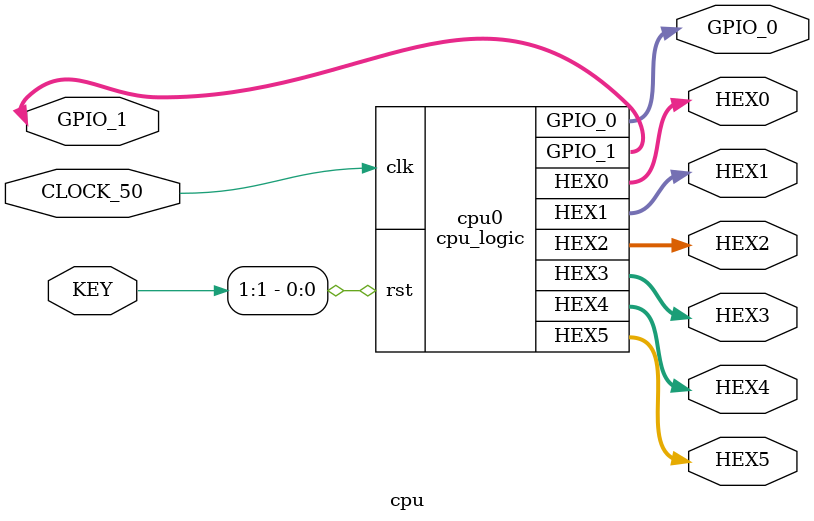
<source format=v>
module cpu_logic(
    input wire clk, // 50 MHz
    input rst,
    output reg [31:0] instruction, address,
    output reg [31:0] pc,
    output wire [1:0]state,
    output M13, M2, M457, M6, Wr_en, Eq, pc_flag, instruction_flag, change_address_flag, Wr_en_rf,
    output [3:0] ALU,
    output [31:0] mux7_out,
    
    output [31:0]memory_out, mux5_out1, mux6_out,
    
    inout [35:0] GPIO_1,
    output [35:0] GPIO_0,
    output [6:0] HEX0, HEX1, HEX2, HEX3, HEX4, HEX5
    
);


/*
wire PLL_clk;
wire PLL_lock;

assign clk = PLL_clk & PLL_lock;

pll pll1 (
		.refclk(CLOCK_50),   //  refclk.clk
		.rst(!rst),      //   reset.reset
		.outclk_0(PLL_clk),  // outclk0.clk
        .locked(PLL_lock)
	);
*/
    
// Memory unit
wire [31:0] Ra_rf, Rb_rf;

// Initialize opcode, registers
wire [3:0] opcode, Ra, Rb, Rd;
wire [15:0] imm;
wire [31:0] extended_imm;

// Instruction decoding
assign opcode = instruction[31:28];
assign Rd = instruction[27:24];
assign Ra = instruction[23:20];
assign Rb = instruction[19:16];
assign imm = instruction[15:0];

// Mux outputs
wire [31:0] mux1_out, mux2_out, adder_out, ALU_out, mux3_out, mux5_out0, mux4_out0;

// Declare outputs for mux4 and mux5
wire [31:0] mux4_out1;

// Initialize pc
initial begin 
    pc <= 32'b0;
end

// Address to pc and instruction fetch
always @(*) begin
    if (change_address_flag  == 1'b1) begin
        address = mux4_out0;
    end else begin
        address = pc;
    end
end

always @(posedge clk) begin
    if (instruction_flag  == 1'b1)
        instruction <= memory_out;
end


// Always block to update 'pc'
always @(posedge clk) begin
        if (!rst)
            pc <= 32'b0;
        else  if (pc_flag==1'b1)
            pc <= mux1_out;
        
end

// Equality check
assign Eq = (Ra_rf == Rb_rf) ? 1'b1 : 1'b0;

// Adder instance
adder add (
    .a(pc),
    .b(mux2_out),
    .out(adder_out)
);

// Register file instance
register_file RF (
    .clk(clk),
    .wen(Wr_en_rf),
    .rst_n(rst),
    .read_Ra(Ra),
    .read_Rb(Rb),
    .write_Rd(Rd),
    .write_data(mux3_out),
    .data_Ra(Ra_rf),
    .data_Rb(Rb_rf)
);

// Control unit instance
control ctrl (
	.clk(clk),
    .reset(rst),
    .opcode(opcode),
    .Eq(Eq),
    .M13(M13),
    .M2(M2),
    .M457(M457),
    .M6(M6),
    .state(state),
    .pc_flag(pc_flag),
    .change_address_flag(change_address_flag),
    .instruction_flag(instruction_flag),
    .ALU(ALU),
    .Wr_en(Wr_en),
    .Wr_en_rf(Wr_en_rf)
);

// Sign extension instance
sign_extend extend (
    .immediate(imm),
    .extended_immediate(extended_imm)
);

// Multiplexer instances
mux mux1 (
    .in0(adder_out),
    .in1(Ra_rf),
    .control(M13),
    .out(mux1_out)
);

mux mux2 (
    .in0(32'd4),
    .in1(extended_imm),
    .control(M2),
    .out(mux2_out)
);

mux mux3 (
    .in0(mux7_out),
    .in1(pc),
    .control(M13),
    .out(mux3_out)
);

mux mux6 (
    .in0(mux4_out1),
    .in1(extended_imm),
    .control(M6),
    .out(mux6_out)
);

mux mux7 (
    .in0(memory_out),
    .in1(ALU_out),
    .control(M457),
    .out(mux7_out)
);

// Decoder instances
decoder mux4 (
    .in(Rb_rf),
    .control(M457),
    .out0(mux4_out0),
    .out1(mux4_out1)
);

decoder mux5 (
    .in(Ra_rf),
    .control(M457),
    .out0(mux5_out0),
    .out1(mux5_out1)
);

// ALU instance
ALU alu (
    .AluOp(ALU),
    .busA(mux5_out1),
    .busB(mux6_out),
    .outBus(ALU_out)
);


// Memory instantiate
memory_integrated mem(
    .dataInVirt(mux5_out0),
    .addressVirt(address),
    .wEnVirt(Wr_en),
    .rstVirt(rst),
    .clk(clk),
    .dataOutVirt(memory_out),
    
    .hex0(HEX0),
    .hex1(HEX1),
    .hex2(HEX2),
    .hex3(HEX3),
    .hex4(HEX4),
    .hex5(HEX5),
    .hex6(GPIO_0[6:0]),
    .hex7(GPIO_0[13:7]),
    .hex8(GPIO_0[20:14]),
    .hex9(GPIO_0[27:21]),
    .hex10(GPIO_0[34:28]),
    .dot(GPIO_0[35]),
 
    .cols(GPIO_1[33:30]),
    .rows(GPIO_1[29:26])
);
   



endmodule

module cpu(
    input wire CLOCK_50, // 50 MHz
    input [3:0]KEY,
 
    inout [35:0] GPIO_1,
    output [35:0] GPIO_0,
    output [6:0] HEX0, HEX1, HEX2, HEX3, HEX4, HEX5
    
);

cpu_logic cpu0 (
    .clk(CLOCK_50), // 50 MHz
    .rst(KEY[1]),
    .GPIO_1(GPIO_1),
    .GPIO_0(GPIO_0),
    .HEX0(HEX0), .HEX1(HEX1), .HEX2(HEX2), .HEX3(HEX3), .HEX4(HEX4), .HEX5(HEX5)
    );

endmodule

</source>
